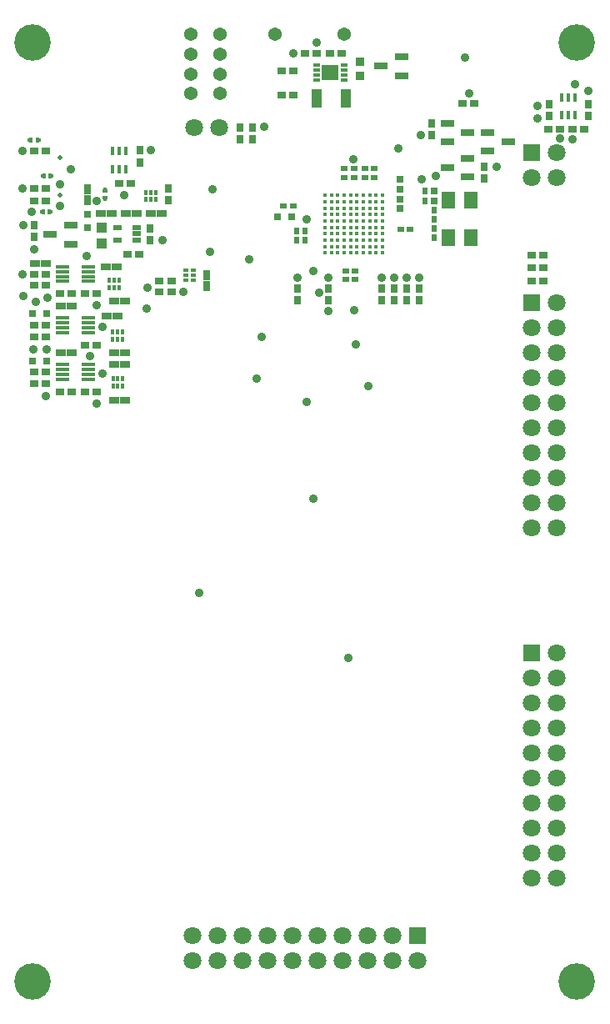
<source format=gbs>
%FSLAX43Y43*%
%MOMM*%
G71*
G01*
G75*
G04 Layer_Color=16711935*
%ADD10R,0.600X0.900*%
%ADD11R,0.700X0.700*%
%ADD12R,0.650X0.800*%
%ADD13R,0.650X0.500*%
%ADD14R,0.600X0.550*%
%ADD15R,0.500X0.650*%
%ADD16R,0.950X1.000*%
%ADD17R,2.800X0.750*%
%ADD18R,1.200X1.200*%
%ADD19R,0.550X0.600*%
%ADD20R,0.400X1.400*%
%ADD21R,2.300X1.900*%
%ADD22R,1.775X1.900*%
%ADD23R,1.100X1.000*%
%ADD24R,1.100X0.600*%
%ADD25R,1.000X2.250*%
%ADD26R,1.200X1.200*%
%ADD27R,0.900X0.600*%
%ADD28R,1.750X0.950*%
%ADD29R,1.000X0.950*%
%ADD30R,1.600X1.000*%
%ADD31R,2.500X3.000*%
%ADD32O,1.650X0.300*%
%ADD33O,0.300X1.650*%
%ADD34R,0.700X0.700*%
%ADD35R,0.800X0.650*%
%ADD36C,0.175*%
%ADD37C,0.200*%
%ADD38C,0.250*%
%ADD39C,0.300*%
%ADD40C,0.180*%
%ADD41C,0.125*%
%ADD42R,0.900X0.300*%
%ADD43C,1.700*%
%ADD44R,1.700X1.700*%
%ADD45R,1.700X1.700*%
%ADD46C,0.500*%
%ADD47C,3.600*%
%ADD48C,0.550*%
%ADD49C,0.400*%
%ADD50C,0.500*%
%ADD51C,1.400*%
G04:AMPARAMS|DCode=52|XSize=2.524mm|YSize=2.524mm|CornerRadius=0mm|HoleSize=0mm|Usage=FLASHONLY|Rotation=0.000|XOffset=0mm|YOffset=0mm|HoleType=Round|Shape=Relief|Width=0.254mm|Gap=0.254mm|Entries=4|*
%AMTHD52*
7,0,0,2.524,2.016,0.254,45*
%
%ADD52THD52*%
G04:AMPARAMS|DCode=53|XSize=4.224mm|YSize=4.224mm|CornerRadius=0mm|HoleSize=0mm|Usage=FLASHONLY|Rotation=0.000|XOffset=0mm|YOffset=0mm|HoleType=Round|Shape=Relief|Width=0.254mm|Gap=0.254mm|Entries=4|*
%AMTHD53*
7,0,0,4.224,3.716,0.254,45*
%
%ADD53THD53*%
%ADD54C,0.650*%
%ADD55C,0.600*%
%ADD56C,3.100*%
%ADD57C,1.270*%
%ADD58C,0.800*%
%ADD59R,0.500X0.250*%
%ADD60R,0.250X0.500*%
%ADD61R,1.300X0.600*%
%ADD62R,0.762X0.762*%
%ADD63R,0.950X1.750*%
%ADD64R,0.350X0.850*%
%ADD65C,0.280*%
%ADD66R,1.300X1.600*%
%ADD67R,0.600X0.250*%
%ADD68R,1.600X1.500*%
%ADD69R,0.300X0.500*%
%ADD70R,1.250X0.300*%
%ADD71R,0.850X0.400*%
%ADD72R,0.500X0.300*%
%ADD73R,0.200X0.325*%
%ADD74R,0.325X0.200*%
%ADD75C,0.254*%
%ADD76C,0.600*%
%ADD77C,0.100*%
%ADD78R,2.100X2.100*%
%ADD79R,2.100X2.100*%
%ADD80R,1.700X1.700*%
%ADD81R,0.900X0.510*%
%ADD82R,0.700X1.000*%
%ADD83R,0.800X0.800*%
%ADD84R,0.750X0.900*%
%ADD85R,0.750X0.600*%
%ADD86R,0.700X0.650*%
%ADD87R,0.600X0.750*%
%ADD88R,1.050X1.100*%
%ADD89R,1.300X1.300*%
%ADD90R,0.650X0.700*%
%ADD91R,0.500X1.500*%
%ADD92R,2.400X2.000*%
%ADD93R,1.875X2.000*%
%ADD94R,1.200X1.100*%
%ADD95R,1.200X0.700*%
%ADD96R,1.100X2.350*%
%ADD97R,1.300X1.300*%
%ADD98R,1.000X0.700*%
%ADD99R,1.850X1.050*%
%ADD100R,1.100X1.050*%
%ADD101R,1.700X1.100*%
%ADD102R,2.600X3.100*%
%ADD103O,1.750X0.400*%
%ADD104O,0.400X1.750*%
%ADD105R,0.800X0.800*%
%ADD106R,0.900X0.750*%
%ADD107C,1.800*%
%ADD108R,1.800X1.800*%
%ADD109R,1.800X1.800*%
%ADD110C,3.700*%
%ADD111C,1.370*%
%ADD112C,0.900*%
%ADD113R,0.600X0.350*%
%ADD114R,0.350X0.600*%
%ADD115R,1.400X0.700*%
%ADD116R,0.862X0.862*%
%ADD117R,1.050X1.850*%
%ADD118R,0.450X0.950*%
%ADD119C,0.380*%
%ADD120R,1.400X1.700*%
%ADD121R,0.700X0.350*%
%ADD122R,1.700X1.600*%
%ADD123R,0.400X0.600*%
%ADD124R,1.350X0.400*%
%ADD125R,0.950X0.500*%
%ADD126R,0.600X0.400*%
%ADD127R,0.300X0.425*%
%ADD128R,0.425X0.300*%
D46*
X-54875Y-13970D02*
D03*
Y-17780D02*
D03*
D82*
X-39950Y-25925D02*
D03*
Y-27025D02*
D03*
X-52125Y-17225D02*
D03*
Y-18325D02*
D03*
D83*
Y-19725D02*
D03*
Y-21125D02*
D03*
D84*
X-36600Y-10950D02*
D03*
Y-12150D02*
D03*
X-35325Y-12150D02*
D03*
Y-10950D02*
D03*
X-17100Y-11700D02*
D03*
Y-10500D02*
D03*
X-11800Y-16100D02*
D03*
Y-14900D02*
D03*
X-5200Y-8600D02*
D03*
Y-9800D02*
D03*
X-1200Y-9800D02*
D03*
Y-8600D02*
D03*
X-27575Y-27275D02*
D03*
Y-28475D02*
D03*
X-22175Y-27300D02*
D03*
Y-28500D02*
D03*
X-20900Y-27300D02*
D03*
Y-28500D02*
D03*
X-19625Y-27300D02*
D03*
Y-28500D02*
D03*
X-18350Y-27300D02*
D03*
Y-28500D02*
D03*
X-30775Y-28475D02*
D03*
Y-27275D02*
D03*
X-57475Y-22075D02*
D03*
Y-20875D02*
D03*
X-45700Y-21200D02*
D03*
Y-22400D02*
D03*
X-46775Y-14475D02*
D03*
Y-13275D02*
D03*
X-43875Y-18350D02*
D03*
Y-17150D02*
D03*
D85*
X-31200Y-18900D02*
D03*
X-32150D02*
D03*
X-20275Y-21300D02*
D03*
X-19325D02*
D03*
X-25850Y-25500D02*
D03*
X-24900D02*
D03*
X-25850Y-26400D02*
D03*
X-24900D02*
D03*
X-25025Y-15100D02*
D03*
X-25975D02*
D03*
X-25025Y-16000D02*
D03*
X-25975D02*
D03*
X-23875D02*
D03*
X-22925D02*
D03*
X-23875Y-15100D02*
D03*
X-22925D02*
D03*
D87*
X-17800Y-17425D02*
D03*
Y-18375D02*
D03*
X-30000Y-21425D02*
D03*
Y-22375D02*
D03*
X-30875Y-21425D02*
D03*
Y-22375D02*
D03*
X-16900Y-19325D02*
D03*
Y-20275D02*
D03*
Y-22175D02*
D03*
Y-21225D02*
D03*
D88*
X-50625Y-22750D02*
D03*
Y-21150D02*
D03*
D90*
X-16900Y-17400D02*
D03*
Y-18400D02*
D03*
X-20300Y-16200D02*
D03*
Y-17200D02*
D03*
Y-19200D02*
D03*
Y-18200D02*
D03*
D98*
X-47115Y-19684D02*
D03*
X-48215D02*
D03*
X-56350Y-24725D02*
D03*
X-57450D02*
D03*
X-49350Y-28575D02*
D03*
X-48250D02*
D03*
X-54825Y-33800D02*
D03*
X-53725D02*
D03*
X-49375Y-35025D02*
D03*
X-48275D02*
D03*
X-49350Y-38675D02*
D03*
X-48250D02*
D03*
X-50175Y-30075D02*
D03*
X-49075D02*
D03*
X-54825Y-29050D02*
D03*
X-53725D02*
D03*
X-49350Y-33800D02*
D03*
X-48250D02*
D03*
X-49100Y-25075D02*
D03*
X-50200D02*
D03*
X-45625Y-19675D02*
D03*
X-44525D02*
D03*
X-49615Y-19684D02*
D03*
X-50715D02*
D03*
D105*
X-32775Y-20000D02*
D03*
X-31375D02*
D03*
X-57650Y-34625D02*
D03*
X-56250D02*
D03*
X-57650Y-29875D02*
D03*
X-56250D02*
D03*
D106*
X-4100Y-11100D02*
D03*
X-5300D02*
D03*
X-1600D02*
D03*
X-2800D02*
D03*
X-27475Y-3400D02*
D03*
X-26275D02*
D03*
X-32390Y-7665D02*
D03*
X-31190D02*
D03*
X-7000Y-26500D02*
D03*
X-5800D02*
D03*
X-7000Y-25200D02*
D03*
X-5800D02*
D03*
X-7000Y-23900D02*
D03*
X-5800D02*
D03*
X-31190Y-5165D02*
D03*
X-32390D02*
D03*
X-14000Y-8500D02*
D03*
X-12800D02*
D03*
X-56300Y-25850D02*
D03*
X-57500D02*
D03*
Y-31050D02*
D03*
X-56300D02*
D03*
Y-36950D02*
D03*
X-57500D02*
D03*
X-51175Y-37775D02*
D03*
X-52375D02*
D03*
X-57505Y-18415D02*
D03*
X-56305D02*
D03*
X-56300Y-35800D02*
D03*
X-57500D02*
D03*
X-48000Y-23825D02*
D03*
X-46800D02*
D03*
X-56305Y-17145D02*
D03*
X-57505D02*
D03*
X-57505Y-13335D02*
D03*
X-56305D02*
D03*
X-52375Y-27825D02*
D03*
X-51175D02*
D03*
X-57500Y-27000D02*
D03*
X-56300D02*
D03*
X-54875Y-27825D02*
D03*
X-53675D02*
D03*
X-44775Y-27650D02*
D03*
X-43575D02*
D03*
X-43575Y-26500D02*
D03*
X-44775D02*
D03*
X-47675Y-16600D02*
D03*
X-48875D02*
D03*
X-57500Y-32200D02*
D03*
X-56300D02*
D03*
X-52375Y-33025D02*
D03*
X-51175D02*
D03*
X-53675Y-37775D02*
D03*
X-54875D02*
D03*
X-30000Y-3400D02*
D03*
X-28800D02*
D03*
D107*
X-4430Y-74450D02*
D03*
Y-64290D02*
D03*
Y-66830D02*
D03*
X-6970D02*
D03*
X-4430Y-69370D02*
D03*
X-6970D02*
D03*
X-4430Y-71910D02*
D03*
X-6970D02*
D03*
Y-74450D02*
D03*
Y-87150D02*
D03*
Y-84610D02*
D03*
X-4430D02*
D03*
X-6970Y-82070D02*
D03*
X-4430D02*
D03*
X-6970Y-79530D02*
D03*
X-4430D02*
D03*
Y-76990D02*
D03*
X-6970D02*
D03*
X-4430Y-87150D02*
D03*
X-41430Y-95570D02*
D03*
X-31270Y-93030D02*
D03*
Y-95570D02*
D03*
X-33810D02*
D03*
Y-93030D02*
D03*
X-36350Y-95570D02*
D03*
Y-93030D02*
D03*
X-38890Y-95570D02*
D03*
Y-93030D02*
D03*
X-41430D02*
D03*
X-28730D02*
D03*
X-26190D02*
D03*
Y-95570D02*
D03*
X-23650Y-93030D02*
D03*
Y-95570D02*
D03*
X-21110Y-93030D02*
D03*
Y-95570D02*
D03*
X-18570D02*
D03*
X-28730D02*
D03*
X-4430Y-38890D02*
D03*
Y-28730D02*
D03*
Y-31270D02*
D03*
X-6970D02*
D03*
X-4430Y-33810D02*
D03*
X-6970D02*
D03*
X-4430Y-36350D02*
D03*
X-6970D02*
D03*
Y-38890D02*
D03*
Y-51590D02*
D03*
Y-49050D02*
D03*
X-4430D02*
D03*
X-6970Y-46510D02*
D03*
X-4430D02*
D03*
X-6970Y-43970D02*
D03*
X-4430D02*
D03*
Y-41430D02*
D03*
X-6970D02*
D03*
X-4430Y-51590D02*
D03*
Y-13490D02*
D03*
Y-16030D02*
D03*
X-6970D02*
D03*
X-41270Y-10950D02*
D03*
X-38730D02*
D03*
D108*
X-6970Y-64290D02*
D03*
Y-28730D02*
D03*
Y-13490D02*
D03*
D109*
X-18570Y-93030D02*
D03*
D110*
X-57650Y-97650D02*
D03*
X-2350D02*
D03*
X-57650Y-2350D02*
D03*
X-2350D02*
D03*
D111*
X-33000Y-1500D02*
D03*
X-26000D02*
D03*
X-38600Y-7500D02*
D03*
Y-5500D02*
D03*
Y-3500D02*
D03*
Y-1500D02*
D03*
X-41600Y-7500D02*
D03*
Y-5500D02*
D03*
Y-3500D02*
D03*
Y-1500D02*
D03*
D112*
X-46050Y-29300D02*
D03*
X-31200Y-3425D02*
D03*
X-56125Y-28200D02*
D03*
X-28800Y-2350D02*
D03*
X-18200Y-11700D02*
D03*
X-42325Y-27650D02*
D03*
X-44450Y-22400D02*
D03*
X-45675Y-13275D02*
D03*
X-48325Y-17775D02*
D03*
X-58670Y-17145D02*
D03*
X-51175Y-29025D02*
D03*
X-50600Y-31175D02*
D03*
X-50600Y-35925D02*
D03*
X-51800Y-34150D02*
D03*
X-51175Y-39025D02*
D03*
X-56300Y-38200D02*
D03*
X-56250Y-33500D02*
D03*
X-57600D02*
D03*
X-57375Y-28675D02*
D03*
X-58625Y-28075D02*
D03*
X-57475Y-23325D02*
D03*
X-52150Y-24000D02*
D03*
X-53775Y-15175D02*
D03*
X-2575Y-6550D02*
D03*
X-4100Y-12025D02*
D03*
X-10475Y-14900D02*
D03*
X-25050Y-14175D02*
D03*
X-18150Y-16250D02*
D03*
X-25600Y-64800D02*
D03*
X-28518Y-27757D02*
D03*
X-29100Y-25525D02*
D03*
X-29175Y-48625D02*
D03*
X-25000Y-29525D02*
D03*
X-40725Y-58225D02*
D03*
X-34175Y-10900D02*
D03*
X-13350Y-7500D02*
D03*
X-29850Y-20250D02*
D03*
X-13725Y-3875D02*
D03*
X-2800Y-12150D02*
D03*
X-6350Y-10050D02*
D03*
Y-8750D02*
D03*
X-1200Y-7250D02*
D03*
X-16675Y-15900D02*
D03*
X-22175Y-26200D02*
D03*
X-20900Y-26200D02*
D03*
X-19625D02*
D03*
X-27575Y-26175D02*
D03*
X-30775Y-26175D02*
D03*
X-18350Y-26200D02*
D03*
X-58650Y-25850D02*
D03*
X-58600Y-20875D02*
D03*
X-51115Y-18415D02*
D03*
X-58665Y-13335D02*
D03*
X-46025Y-27225D02*
D03*
X-54875Y-16700D02*
D03*
Y-18900D02*
D03*
X-39650Y-23600D02*
D03*
X-39425Y-17225D02*
D03*
X-35650Y-24325D02*
D03*
X-24850Y-32950D02*
D03*
X-57775Y-19525D02*
D03*
X-23550Y-37175D02*
D03*
X-20500Y-13100D02*
D03*
X-29825Y-38800D02*
D03*
X-34925Y-36425D02*
D03*
X-34350Y-32225D02*
D03*
X-27575Y-29550D02*
D03*
D113*
X-50275Y-18075D02*
D03*
Y-17425D02*
D03*
D114*
X-56525Y-15850D02*
D03*
X-55875D02*
D03*
X-57200Y-12225D02*
D03*
X-57850D02*
D03*
X-56600Y-19500D02*
D03*
X-55950D02*
D03*
D115*
X-13450Y-11450D02*
D03*
X-15550Y-10500D02*
D03*
Y-12400D02*
D03*
Y-15000D02*
D03*
X-13450Y-15950D02*
D03*
Y-14050D02*
D03*
X-9350Y-12400D02*
D03*
X-11450Y-11450D02*
D03*
Y-13350D02*
D03*
X-22250Y-4725D02*
D03*
X-20150Y-5675D02*
D03*
Y-3775D02*
D03*
X-53800Y-20875D02*
D03*
Y-22775D02*
D03*
X-55900Y-21825D02*
D03*
D116*
X-24425Y-5699D02*
D03*
Y-4301D02*
D03*
D117*
X-25875Y-7975D02*
D03*
X-28825D02*
D03*
D118*
X-3875Y-9725D02*
D03*
X-3225D02*
D03*
X-2575D02*
D03*
Y-7875D02*
D03*
X-3225D02*
D03*
X-3875D02*
D03*
X-48225Y-15175D02*
D03*
X-48875D02*
D03*
X-49525D02*
D03*
Y-13325D02*
D03*
X-48875D02*
D03*
X-48225D02*
D03*
D119*
X-22100Y-23700D02*
D03*
Y-23050D02*
D03*
Y-22400D02*
D03*
Y-21750D02*
D03*
Y-20450D02*
D03*
Y-19800D02*
D03*
Y-19150D02*
D03*
Y-21100D02*
D03*
X-22750D02*
D03*
X-23400D02*
D03*
X-24050D02*
D03*
X-24700D02*
D03*
X-25350D02*
D03*
X-26000D02*
D03*
X-26650D02*
D03*
X-27300D02*
D03*
X-27950D02*
D03*
X-22750Y-23700D02*
D03*
X-23400D02*
D03*
X-24050D02*
D03*
X-24700D02*
D03*
X-25350D02*
D03*
X-26000D02*
D03*
X-26650D02*
D03*
X-27300D02*
D03*
X-27950D02*
D03*
X-22750Y-23050D02*
D03*
X-23400D02*
D03*
X-24050D02*
D03*
X-24700D02*
D03*
X-25350D02*
D03*
X-26000D02*
D03*
X-26650D02*
D03*
X-27300D02*
D03*
X-27950D02*
D03*
X-22750Y-22400D02*
D03*
X-23400D02*
D03*
X-24050D02*
D03*
X-24700D02*
D03*
X-25350D02*
D03*
X-26000D02*
D03*
X-26650D02*
D03*
X-27300D02*
D03*
X-27950D02*
D03*
X-22750Y-21750D02*
D03*
X-23400D02*
D03*
X-24050D02*
D03*
X-24700D02*
D03*
X-25350D02*
D03*
X-26000D02*
D03*
X-26650D02*
D03*
X-27300D02*
D03*
X-27950D02*
D03*
X-22750Y-20450D02*
D03*
X-23400D02*
D03*
X-24050D02*
D03*
X-24700D02*
D03*
X-25350D02*
D03*
X-26000D02*
D03*
X-26650D02*
D03*
X-27300D02*
D03*
X-27950D02*
D03*
X-22750Y-19800D02*
D03*
X-23400D02*
D03*
X-24050D02*
D03*
X-24700D02*
D03*
X-25350D02*
D03*
X-26000D02*
D03*
X-26650D02*
D03*
X-27300D02*
D03*
X-27950D02*
D03*
X-22750Y-19150D02*
D03*
X-23400D02*
D03*
X-24050D02*
D03*
X-24700D02*
D03*
X-25350D02*
D03*
X-26000D02*
D03*
X-26650D02*
D03*
X-27300D02*
D03*
X-27950D02*
D03*
X-22100Y-18500D02*
D03*
X-22750D02*
D03*
X-23400D02*
D03*
X-24050D02*
D03*
X-24700D02*
D03*
X-25350D02*
D03*
X-26000D02*
D03*
X-26650D02*
D03*
X-27300D02*
D03*
X-27950D02*
D03*
X-22100Y-17850D02*
D03*
X-22750D02*
D03*
X-23400D02*
D03*
X-24050D02*
D03*
X-24700D02*
D03*
X-25350D02*
D03*
X-26000D02*
D03*
X-26650D02*
D03*
X-27300D02*
D03*
X-27950D02*
D03*
D120*
X-15400Y-22150D02*
D03*
Y-18350D02*
D03*
X-13100D02*
D03*
Y-22150D02*
D03*
D121*
X-28825Y-4650D02*
D03*
Y-5150D02*
D03*
Y-6150D02*
D03*
Y-5650D02*
D03*
X-26025D02*
D03*
Y-6150D02*
D03*
Y-5150D02*
D03*
Y-4650D02*
D03*
D122*
X-27425Y-5400D02*
D03*
D123*
X-49850Y-27200D02*
D03*
X-49350D02*
D03*
X-48850D02*
D03*
Y-26450D02*
D03*
X-49350D02*
D03*
X-49850D02*
D03*
X-49500Y-37175D02*
D03*
X-49000D02*
D03*
X-48500D02*
D03*
Y-36425D02*
D03*
X-49000D02*
D03*
X-49500D02*
D03*
X-49525Y-32425D02*
D03*
X-49025D02*
D03*
X-48525D02*
D03*
Y-31675D02*
D03*
X-49025D02*
D03*
X-49525D02*
D03*
X-46125Y-18275D02*
D03*
X-45625D02*
D03*
X-45125D02*
D03*
Y-17525D02*
D03*
X-45625D02*
D03*
X-46125D02*
D03*
D124*
X-52000Y-25075D02*
D03*
Y-25575D02*
D03*
Y-26075D02*
D03*
Y-26575D02*
D03*
X-54650Y-25075D02*
D03*
Y-25575D02*
D03*
Y-26075D02*
D03*
Y-26575D02*
D03*
X-52000Y-35025D02*
D03*
Y-35525D02*
D03*
Y-36025D02*
D03*
Y-36525D02*
D03*
X-54650Y-35025D02*
D03*
Y-35525D02*
D03*
Y-36025D02*
D03*
Y-36525D02*
D03*
X-52000Y-30275D02*
D03*
Y-30775D02*
D03*
Y-31275D02*
D03*
Y-31775D02*
D03*
X-54650Y-30275D02*
D03*
Y-30775D02*
D03*
Y-31275D02*
D03*
Y-31775D02*
D03*
D125*
X-47100Y-21100D02*
D03*
Y-21750D02*
D03*
Y-22400D02*
D03*
X-49000D02*
D03*
Y-21100D02*
D03*
D126*
X-41325Y-26425D02*
D03*
Y-25925D02*
D03*
Y-25425D02*
D03*
X-42075D02*
D03*
Y-25925D02*
D03*
Y-26425D02*
D03*
D127*
X-50275Y-17263D02*
D03*
X-50275Y-18237D02*
D03*
D128*
X-55713Y-15850D02*
D03*
X-56687D02*
D03*
X-58012Y-12225D02*
D03*
X-57038D02*
D03*
X-55788Y-19500D02*
D03*
X-56762D02*
D03*
M02*

</source>
